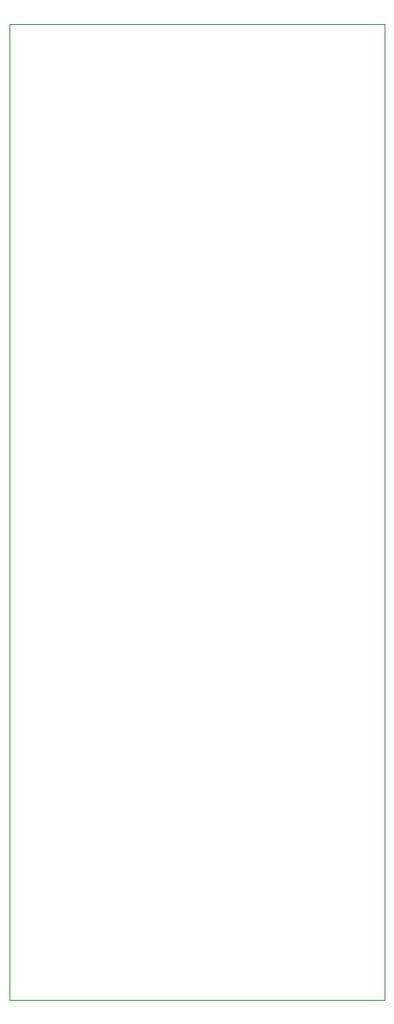
<source format=gbr>
%FSLAX34Y34*%
%MOMM*%
%LNOUTLINE*%
G71*
G01*
%ADD10C,0.002*%
%LPD*%
G54D10*
X-129700Y574500D02*
X240300Y574500D01*
X240300Y-385500D01*
X-129700Y-385500D01*
X-129700Y574500D01*
M02*

</source>
